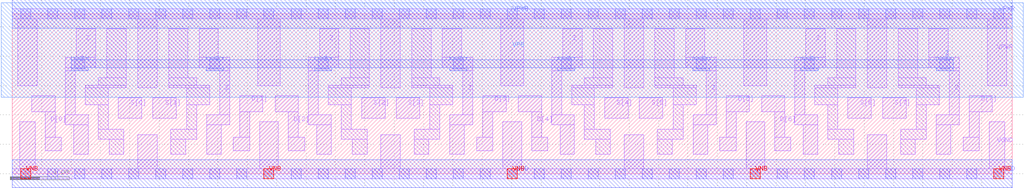
<source format=lef>
# Copyright 2020 The SkyWater PDK Authors
#
# Licensed under the Apache License, Version 2.0 (the "License");
# you may not use this file except in compliance with the License.
# You may obtain a copy of the License at
#
#     https://www.apache.org/licenses/LICENSE-2.0
#
# Unless required by applicable law or agreed to in writing, software
# distributed under the License is distributed on an "AS IS" BASIS,
# WITHOUT WARRANTIES OR CONDITIONS OF ANY KIND, either express or implied.
# See the License for the specific language governing permissions and
# limitations under the License.
#
# SPDX-License-Identifier: Apache-2.0

VERSION 5.7 ;
  NOWIREEXTENSIONATPIN ON ;
  DIVIDERCHAR "/" ;
  BUSBITCHARS "[]" ;
PROPERTYDEFINITIONS
  MACRO maskLayoutSubType STRING ;
  MACRO prCellType STRING ;
  MACRO originalViewName STRING ;
END PROPERTYDEFINITIONS
MACRO sky130_fd_sc_hdll__muxb8to1_1
  CLASS CORE ;
  FOREIGN sky130_fd_sc_hdll__muxb8to1_1 ;
  ORIGIN  0.000000  0.000000 ;
  SIZE  17.02000 BY  2.720000 ;
  SYMMETRY X Y R90 ;
  SITE unithd ;
  PIN D[0]
    ANTENNAGATEAREA  0.277500 ;
    DIRECTION INPUT ;
    USE SIGNAL ;
    PORT
      LAYER li1 ;
        RECT 0.335000 1.055000 0.730000 1.325000 ;
        RECT 0.560000 0.395000 0.835000 0.625000 ;
        RECT 0.560000 0.625000 0.730000 1.055000 ;
    END
  END D[0]
  PIN D[1]
    ANTENNAGATEAREA  0.277500 ;
    DIRECTION INPUT ;
    USE SIGNAL ;
    PORT
      LAYER li1 ;
        RECT 3.765000 0.395000 4.040000 0.625000 ;
        RECT 3.870000 0.625000 4.040000 1.055000 ;
        RECT 3.870000 1.055000 4.265000 1.325000 ;
    END
  END D[1]
  PIN D[2]
    ANTENNAGATEAREA  0.277500 ;
    DIRECTION INPUT ;
    USE SIGNAL ;
    PORT
      LAYER li1 ;
        RECT 4.475000 1.055000 4.870000 1.325000 ;
        RECT 4.700000 0.395000 4.975000 0.625000 ;
        RECT 4.700000 0.625000 4.870000 1.055000 ;
    END
  END D[2]
  PIN D[3]
    ANTENNAGATEAREA  0.277500 ;
    DIRECTION INPUT ;
    USE SIGNAL ;
    PORT
      LAYER li1 ;
        RECT 7.905000 0.395000 8.180000 0.625000 ;
        RECT 8.010000 0.625000 8.180000 1.055000 ;
        RECT 8.010000 1.055000 8.405000 1.325000 ;
    END
  END D[3]
  PIN D[4]
    ANTENNAGATEAREA  0.277500 ;
    DIRECTION INPUT ;
    USE SIGNAL ;
    PORT
      LAYER li1 ;
        RECT 8.615000 1.055000 9.010000 1.325000 ;
        RECT 8.840000 0.395000 9.115000 0.625000 ;
        RECT 8.840000 0.625000 9.010000 1.055000 ;
    END
  END D[4]
  PIN D[5]
    ANTENNAGATEAREA  0.277500 ;
    DIRECTION INPUT ;
    USE SIGNAL ;
    PORT
      LAYER li1 ;
        RECT 12.045000 0.395000 12.320000 0.625000 ;
        RECT 12.150000 0.625000 12.320000 1.055000 ;
        RECT 12.150000 1.055000 12.545000 1.325000 ;
    END
  END D[5]
  PIN D[6]
    ANTENNAGATEAREA  0.277500 ;
    DIRECTION INPUT ;
    USE SIGNAL ;
    PORT
      LAYER li1 ;
        RECT 12.755000 1.055000 13.150000 1.325000 ;
        RECT 12.980000 0.395000 13.255000 0.625000 ;
        RECT 12.980000 0.625000 13.150000 1.055000 ;
    END
  END D[6]
  PIN D[7]
    ANTENNAGATEAREA  0.277500 ;
    DIRECTION INPUT ;
    USE SIGNAL ;
    PORT
      LAYER li1 ;
        RECT 16.185000 0.395000 16.460000 0.625000 ;
        RECT 16.290000 0.625000 16.460000 1.055000 ;
        RECT 16.290000 1.055000 16.685000 1.325000 ;
    END
  END D[7]
  PIN S[0]
    ANTENNAGATEAREA  0.336000 ;
    DIRECTION INPUT ;
    USE SIGNAL ;
    PORT
      LAYER li1 ;
        RECT 1.805000 0.945000 2.205000 1.295000 ;
    END
  END S[0]
  PIN S[1]
    ANTENNAGATEAREA  0.336000 ;
    DIRECTION INPUT ;
    USE SIGNAL ;
    PORT
      LAYER li1 ;
        RECT 2.395000 0.945000 2.795000 1.295000 ;
    END
  END S[1]
  PIN S[2]
    ANTENNAGATEAREA  0.336000 ;
    DIRECTION INPUT ;
    USE SIGNAL ;
    PORT
      LAYER li1 ;
        RECT 5.945000 0.945000 6.345000 1.295000 ;
    END
  END S[2]
  PIN S[3]
    ANTENNAGATEAREA  0.336000 ;
    DIRECTION INPUT ;
    USE SIGNAL ;
    PORT
      LAYER li1 ;
        RECT 6.535000 0.945000 6.935000 1.295000 ;
    END
  END S[3]
  PIN S[4]
    ANTENNAGATEAREA  0.336000 ;
    DIRECTION INPUT ;
    USE SIGNAL ;
    PORT
      LAYER li1 ;
        RECT 10.085000 0.945000 10.485000 1.295000 ;
    END
  END S[4]
  PIN S[5]
    ANTENNAGATEAREA  0.336000 ;
    DIRECTION INPUT ;
    USE SIGNAL ;
    PORT
      LAYER li1 ;
        RECT 10.675000 0.945000 11.075000 1.295000 ;
    END
  END S[5]
  PIN S[6]
    ANTENNAGATEAREA  0.336000 ;
    DIRECTION INPUT ;
    USE SIGNAL ;
    PORT
      LAYER li1 ;
        RECT 14.225000 0.945000 14.625000 1.295000 ;
    END
  END S[6]
  PIN S[7]
    ANTENNAGATEAREA  0.336000 ;
    DIRECTION INPUT ;
    USE SIGNAL ;
    PORT
      LAYER li1 ;
        RECT 14.815000 0.945000 15.215000 1.295000 ;
    END
  END S[7]
  PIN VNB
    PORT
      LAYER pwell ;
        RECT 0.145000 -0.085000 0.315000 0.085000 ;
    END
    PORT
      LAYER pwell ;
        RECT 12.565000 -0.085000 12.735000 0.085000 ;
    END
    PORT
      LAYER pwell ;
        RECT 16.705000 -0.085000 16.875000 0.085000 ;
    END
    PORT
      LAYER pwell ;
        RECT 4.285000 -0.085000 4.455000 0.085000 ;
    END
    PORT
      LAYER pwell ;
        RECT 8.425000 -0.085000 8.595000 0.085000 ;
    END
  END VNB
  PIN VPB
    PORT
      LAYER nwell ;
        RECT -0.190000 1.305000 17.210000 2.910000 ;
    END
  END VPB
  PIN Z
    ANTENNADIFFAREA  2.852800 ;
    DIRECTION OUTPUT ;
    USE SIGNAL ;
    PORT
      LAYER li1 ;
        RECT 0.900000 0.835000 1.290000 1.005000 ;
        RECT 0.900000 1.005000 1.070000 1.755000 ;
        RECT 0.900000 1.755000 1.295000 1.805000 ;
        RECT 0.900000 1.805000 1.420000 1.985000 ;
        RECT 1.045000 0.330000 1.290000 0.835000 ;
        RECT 1.090000 1.985000 1.420000 2.465000 ;
      LAYER mcon ;
        RECT 1.065000 1.785000 1.235000 1.955000 ;
    END
    PORT
      LAYER li1 ;
        RECT 11.460000 1.805000 11.980000 1.985000 ;
        RECT 11.460000 1.985000 11.790000 2.465000 ;
        RECT 11.585000 1.755000 11.980000 1.805000 ;
        RECT 11.590000 0.330000 11.835000 0.835000 ;
        RECT 11.590000 0.835000 11.980000 1.005000 ;
        RECT 11.810000 1.005000 11.980000 1.755000 ;
      LAYER mcon ;
        RECT 11.645000 1.785000 11.815000 1.955000 ;
    END
    PORT
      LAYER li1 ;
        RECT 13.320000 0.835000 13.710000 1.005000 ;
        RECT 13.320000 1.005000 13.490000 1.755000 ;
        RECT 13.320000 1.755000 13.715000 1.805000 ;
        RECT 13.320000 1.805000 13.840000 1.985000 ;
        RECT 13.465000 0.330000 13.710000 0.835000 ;
        RECT 13.510000 1.985000 13.840000 2.465000 ;
      LAYER mcon ;
        RECT 13.485000 1.785000 13.655000 1.955000 ;
    END
    PORT
      LAYER li1 ;
        RECT 15.600000 1.805000 16.120000 1.985000 ;
        RECT 15.600000 1.985000 15.930000 2.465000 ;
        RECT 15.725000 1.755000 16.120000 1.805000 ;
        RECT 15.730000 0.330000 15.975000 0.835000 ;
        RECT 15.730000 0.835000 16.120000 1.005000 ;
        RECT 15.950000 1.005000 16.120000 1.755000 ;
      LAYER mcon ;
        RECT 15.785000 1.785000 15.955000 1.955000 ;
    END
    PORT
      LAYER li1 ;
        RECT 3.180000 1.805000 3.700000 1.985000 ;
        RECT 3.180000 1.985000 3.510000 2.465000 ;
        RECT 3.305000 1.755000 3.700000 1.805000 ;
        RECT 3.310000 0.330000 3.555000 0.835000 ;
        RECT 3.310000 0.835000 3.700000 1.005000 ;
        RECT 3.530000 1.005000 3.700000 1.755000 ;
      LAYER mcon ;
        RECT 3.365000 1.785000 3.535000 1.955000 ;
    END
    PORT
      LAYER li1 ;
        RECT 5.040000 0.835000 5.430000 1.005000 ;
        RECT 5.040000 1.005000 5.210000 1.755000 ;
        RECT 5.040000 1.755000 5.435000 1.805000 ;
        RECT 5.040000 1.805000 5.560000 1.985000 ;
        RECT 5.185000 0.330000 5.430000 0.835000 ;
        RECT 5.230000 1.985000 5.560000 2.465000 ;
      LAYER mcon ;
        RECT 5.205000 1.785000 5.375000 1.955000 ;
    END
    PORT
      LAYER li1 ;
        RECT 7.320000 1.805000 7.840000 1.985000 ;
        RECT 7.320000 1.985000 7.650000 2.465000 ;
        RECT 7.445000 1.755000 7.840000 1.805000 ;
        RECT 7.450000 0.330000 7.695000 0.835000 ;
        RECT 7.450000 0.835000 7.840000 1.005000 ;
        RECT 7.670000 1.005000 7.840000 1.755000 ;
      LAYER mcon ;
        RECT 7.505000 1.785000 7.675000 1.955000 ;
    END
    PORT
      LAYER li1 ;
        RECT 9.180000 0.835000 9.570000 1.005000 ;
        RECT 9.180000 1.005000 9.350000 1.755000 ;
        RECT 9.180000 1.755000 9.575000 1.805000 ;
        RECT 9.180000 1.805000 9.700000 1.985000 ;
        RECT 9.325000 0.330000 9.570000 0.835000 ;
        RECT 9.370000 1.985000 9.700000 2.465000 ;
      LAYER mcon ;
        RECT 9.345000 1.785000 9.515000 1.955000 ;
    END
    PORT
      LAYER met1 ;
        RECT  1.005000 1.755000  1.295000 1.800000 ;
        RECT  1.005000 1.800000 16.015000 1.940000 ;
        RECT  1.005000 1.940000  1.295000 1.985000 ;
        RECT  3.305000 1.755000  3.595000 1.800000 ;
        RECT  3.305000 1.940000  3.595000 1.985000 ;
        RECT  5.145000 1.755000  5.435000 1.800000 ;
        RECT  5.145000 1.940000  5.435000 1.985000 ;
        RECT  7.445000 1.755000  7.735000 1.800000 ;
        RECT  7.445000 1.940000  7.735000 1.985000 ;
        RECT  9.285000 1.755000  9.575000 1.800000 ;
        RECT  9.285000 1.940000  9.575000 1.985000 ;
        RECT 11.585000 1.755000 11.875000 1.800000 ;
        RECT 11.585000 1.940000 11.875000 1.985000 ;
        RECT 13.425000 1.755000 13.715000 1.800000 ;
        RECT 13.425000 1.940000 13.715000 1.985000 ;
        RECT 15.725000 1.755000 16.015000 1.800000 ;
        RECT 15.725000 1.940000 16.015000 1.985000 ;
    END
  END Z
  PIN VGND
    DIRECTION INOUT ;
    USE GROUND ;
    PORT
      LAYER li1 ;
        RECT  0.000000 -0.085000 17.020000 0.085000 ;
        RECT  0.130000  0.085000  0.390000 0.885000 ;
        RECT  2.135000  0.085000  2.465000 0.660000 ;
        RECT  4.210000  0.085000  4.530000 0.885000 ;
        RECT  6.275000  0.085000  6.605000 0.660000 ;
        RECT  8.350000  0.085000  8.670000 0.885000 ;
        RECT 10.415000  0.085000 10.745000 0.660000 ;
        RECT 12.490000  0.085000 12.810000 0.885000 ;
        RECT 14.555000  0.085000 14.885000 0.660000 ;
        RECT 16.630000  0.085000 16.890000 0.885000 ;
      LAYER mcon ;
        RECT  0.145000 -0.085000  0.315000 0.085000 ;
        RECT  0.605000 -0.085000  0.775000 0.085000 ;
        RECT  1.065000 -0.085000  1.235000 0.085000 ;
        RECT  1.525000 -0.085000  1.695000 0.085000 ;
        RECT  1.985000 -0.085000  2.155000 0.085000 ;
        RECT  2.445000 -0.085000  2.615000 0.085000 ;
        RECT  2.905000 -0.085000  3.075000 0.085000 ;
        RECT  3.365000 -0.085000  3.535000 0.085000 ;
        RECT  3.825000 -0.085000  3.995000 0.085000 ;
        RECT  4.285000 -0.085000  4.455000 0.085000 ;
        RECT  4.745000 -0.085000  4.915000 0.085000 ;
        RECT  5.205000 -0.085000  5.375000 0.085000 ;
        RECT  5.665000 -0.085000  5.835000 0.085000 ;
        RECT  6.125000 -0.085000  6.295000 0.085000 ;
        RECT  6.585000 -0.085000  6.755000 0.085000 ;
        RECT  7.045000 -0.085000  7.215000 0.085000 ;
        RECT  7.505000 -0.085000  7.675000 0.085000 ;
        RECT  7.965000 -0.085000  8.135000 0.085000 ;
        RECT  8.425000 -0.085000  8.595000 0.085000 ;
        RECT  8.885000 -0.085000  9.055000 0.085000 ;
        RECT  9.345000 -0.085000  9.515000 0.085000 ;
        RECT  9.805000 -0.085000  9.975000 0.085000 ;
        RECT 10.265000 -0.085000 10.435000 0.085000 ;
        RECT 10.725000 -0.085000 10.895000 0.085000 ;
        RECT 11.185000 -0.085000 11.355000 0.085000 ;
        RECT 11.645000 -0.085000 11.815000 0.085000 ;
        RECT 12.105000 -0.085000 12.275000 0.085000 ;
        RECT 12.565000 -0.085000 12.735000 0.085000 ;
        RECT 13.025000 -0.085000 13.195000 0.085000 ;
        RECT 13.485000 -0.085000 13.655000 0.085000 ;
        RECT 13.945000 -0.085000 14.115000 0.085000 ;
        RECT 14.405000 -0.085000 14.575000 0.085000 ;
        RECT 14.865000 -0.085000 15.035000 0.085000 ;
        RECT 15.325000 -0.085000 15.495000 0.085000 ;
        RECT 15.785000 -0.085000 15.955000 0.085000 ;
        RECT 16.245000 -0.085000 16.415000 0.085000 ;
        RECT 16.705000 -0.085000 16.875000 0.085000 ;
    END
    PORT
      LAYER met1 ;
        RECT 0.000000 -0.240000 17.020000 0.240000 ;
    END
  END VGND
  PIN VPWR
    DIRECTION INOUT ;
    USE POWER ;
    PORT
      LAYER li1 ;
        RECT  0.000000 2.635000 17.020000 2.805000 ;
        RECT  0.095000 1.495000  0.425000 2.635000 ;
        RECT  2.135000 1.465000  2.465000 2.635000 ;
        RECT  4.175000 1.495000  4.565000 2.635000 ;
        RECT  6.275000 1.465000  6.605000 2.635000 ;
        RECT  8.315000 1.495000  8.705000 2.635000 ;
        RECT 10.415000 1.465000 10.745000 2.635000 ;
        RECT 12.455000 1.495000 12.845000 2.635000 ;
        RECT 14.555000 1.465000 14.885000 2.635000 ;
        RECT 16.595000 1.495000 16.925000 2.635000 ;
      LAYER mcon ;
        RECT  0.145000 2.635000  0.315000 2.805000 ;
        RECT  0.605000 2.635000  0.775000 2.805000 ;
        RECT  1.065000 2.635000  1.235000 2.805000 ;
        RECT  1.525000 2.635000  1.695000 2.805000 ;
        RECT  1.985000 2.635000  2.155000 2.805000 ;
        RECT  2.445000 2.635000  2.615000 2.805000 ;
        RECT  2.905000 2.635000  3.075000 2.805000 ;
        RECT  3.365000 2.635000  3.535000 2.805000 ;
        RECT  3.825000 2.635000  3.995000 2.805000 ;
        RECT  4.285000 2.635000  4.455000 2.805000 ;
        RECT  4.745000 2.635000  4.915000 2.805000 ;
        RECT  5.205000 2.635000  5.375000 2.805000 ;
        RECT  5.665000 2.635000  5.835000 2.805000 ;
        RECT  6.125000 2.635000  6.295000 2.805000 ;
        RECT  6.585000 2.635000  6.755000 2.805000 ;
        RECT  7.045000 2.635000  7.215000 2.805000 ;
        RECT  7.505000 2.635000  7.675000 2.805000 ;
        RECT  7.965000 2.635000  8.135000 2.805000 ;
        RECT  8.425000 2.635000  8.595000 2.805000 ;
        RECT  8.885000 2.635000  9.055000 2.805000 ;
        RECT  9.345000 2.635000  9.515000 2.805000 ;
        RECT  9.805000 2.635000  9.975000 2.805000 ;
        RECT 10.265000 2.635000 10.435000 2.805000 ;
        RECT 10.725000 2.635000 10.895000 2.805000 ;
        RECT 11.185000 2.635000 11.355000 2.805000 ;
        RECT 11.645000 2.635000 11.815000 2.805000 ;
        RECT 12.105000 2.635000 12.275000 2.805000 ;
        RECT 12.565000 2.635000 12.735000 2.805000 ;
        RECT 13.025000 2.635000 13.195000 2.805000 ;
        RECT 13.485000 2.635000 13.655000 2.805000 ;
        RECT 13.945000 2.635000 14.115000 2.805000 ;
        RECT 14.405000 2.635000 14.575000 2.805000 ;
        RECT 14.865000 2.635000 15.035000 2.805000 ;
        RECT 15.325000 2.635000 15.495000 2.805000 ;
        RECT 15.785000 2.635000 15.955000 2.805000 ;
        RECT 16.245000 2.635000 16.415000 2.805000 ;
        RECT 16.705000 2.635000 16.875000 2.805000 ;
    END
    PORT
      LAYER met1 ;
        RECT 0.000000 2.480000 17.020000 2.960000 ;
    END
  END VPWR
  OBS
    LAYER li1 ;
      RECT  1.240000 1.175000  1.630000 1.465000 ;
      RECT  1.240000 1.465000  1.940000 1.505000 ;
      RECT  1.460000 0.585000  1.900000 0.755000 ;
      RECT  1.460000 0.755000  1.630000 1.175000 ;
      RECT  1.460000 1.505000  1.940000 1.635000 ;
      RECT  1.610000 1.635000  1.940000 2.465000 ;
      RECT  1.650000 0.330000  1.900000 0.585000 ;
      RECT  2.660000 1.465000  3.360000 1.505000 ;
      RECT  2.660000 1.505000  3.140000 1.635000 ;
      RECT  2.660000 1.635000  2.990000 2.465000 ;
      RECT  2.700000 0.330000  2.950000 0.585000 ;
      RECT  2.700000 0.585000  3.140000 0.755000 ;
      RECT  2.970000 0.755000  3.140000 1.175000 ;
      RECT  2.970000 1.175000  3.360000 1.465000 ;
      RECT  5.380000 1.175000  5.770000 1.465000 ;
      RECT  5.380000 1.465000  6.080000 1.505000 ;
      RECT  5.600000 0.585000  6.040000 0.755000 ;
      RECT  5.600000 0.755000  5.770000 1.175000 ;
      RECT  5.600000 1.505000  6.080000 1.635000 ;
      RECT  5.750000 1.635000  6.080000 2.465000 ;
      RECT  5.790000 0.330000  6.040000 0.585000 ;
      RECT  6.800000 1.465000  7.500000 1.505000 ;
      RECT  6.800000 1.505000  7.280000 1.635000 ;
      RECT  6.800000 1.635000  7.130000 2.465000 ;
      RECT  6.840000 0.330000  7.090000 0.585000 ;
      RECT  6.840000 0.585000  7.280000 0.755000 ;
      RECT  7.110000 0.755000  7.280000 1.175000 ;
      RECT  7.110000 1.175000  7.500000 1.465000 ;
      RECT  9.520000 1.175000  9.910000 1.465000 ;
      RECT  9.520000 1.465000 10.220000 1.505000 ;
      RECT  9.740000 0.585000 10.180000 0.755000 ;
      RECT  9.740000 0.755000  9.910000 1.175000 ;
      RECT  9.740000 1.505000 10.220000 1.635000 ;
      RECT  9.890000 1.635000 10.220000 2.465000 ;
      RECT  9.930000 0.330000 10.180000 0.585000 ;
      RECT 10.940000 1.465000 11.640000 1.505000 ;
      RECT 10.940000 1.505000 11.420000 1.635000 ;
      RECT 10.940000 1.635000 11.270000 2.465000 ;
      RECT 10.980000 0.330000 11.230000 0.585000 ;
      RECT 10.980000 0.585000 11.420000 0.755000 ;
      RECT 11.250000 0.755000 11.420000 1.175000 ;
      RECT 11.250000 1.175000 11.640000 1.465000 ;
      RECT 13.660000 1.175000 14.050000 1.465000 ;
      RECT 13.660000 1.465000 14.360000 1.505000 ;
      RECT 13.880000 0.585000 14.320000 0.755000 ;
      RECT 13.880000 0.755000 14.050000 1.175000 ;
      RECT 13.880000 1.505000 14.360000 1.635000 ;
      RECT 14.030000 1.635000 14.360000 2.465000 ;
      RECT 14.070000 0.330000 14.320000 0.585000 ;
      RECT 15.080000 1.465000 15.780000 1.505000 ;
      RECT 15.080000 1.505000 15.560000 1.635000 ;
      RECT 15.080000 1.635000 15.410000 2.465000 ;
      RECT 15.120000 0.330000 15.370000 0.585000 ;
      RECT 15.120000 0.585000 15.560000 0.755000 ;
      RECT 15.390000 0.755000 15.560000 1.175000 ;
      RECT 15.390000 1.175000 15.780000 1.465000 ;
  END
  PROPERTY maskLayoutSubType "abstract" ;
  PROPERTY prCellType "standard" ;
  PROPERTY originalViewName "layout" ;
END sky130_fd_sc_hdll__muxb8to1_1
END LIBRARY

</source>
